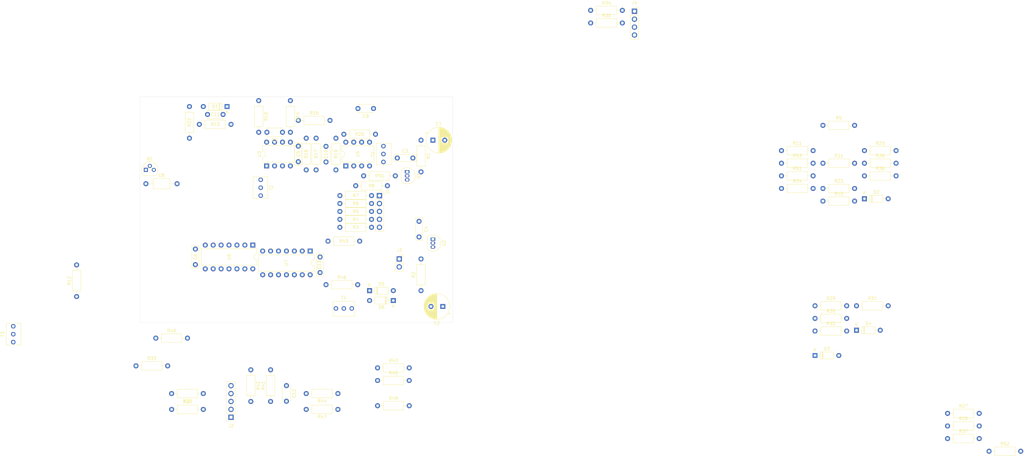
<source format=kicad_pcb>
(kicad_pcb (version 20171130) (host pcbnew 5.1.7-a382d34a8~87~ubuntu20.04.1)
  (layers (0 F.Cu signal) (31 B.Cu signal) (34 B.Paste user) (35 F.Paste user) (36 B.SilkS user) (37 F.SilkS user) (38 B.Mask user) (39 F.Mask user) (44 Edge.Cuts user))
  (net 0 "")
  (net 1 "Net-(C11-Pad2)")
  (net 2 "Net-(C10-Pad2)")
  (net 3 "Net-(D2-Pad2)")
  (net 4 "Net-(D2-Pad1)")
  (net 5 "Net-(C8-Pad1)")
  (net 6 "Net-(C8-Pad2)")
  (net 7 "Net-(R3-Pad1)")
  (net 8 "Net-(R8-Pad2)")
  (net 9 "Net-(R9-Pad2)")
  (net 10 "Net-(R9-Pad1)")
  (net 11 "Net-(R10-Pad2)")
  (net 12 GND)
  (net 13 "Net-(R11-Pad1)")
  (net 14 "Net-(C7-Pad1)")
  (net 15 "Net-(R14-Pad2)")
  (net 16 "Net-(R15-Pad2)")
  (net 17 "Net-(C7-Pad2)")
  (net 18 "Net-(C10-Pad1)")
  (net 19 VCC)
  (net 20 "Net-(R21-Pad2)")
  (net 21 "Net-(R21-Pad1)")
  (net 22 "Net-(R23-Pad1)")
  (net 23 "Net-(R24-Pad1)")
  (net 24 "Net-(R25-Pad2)")
  (net 25 -15V)
  (net 26 "Net-(R26-Pad2)")
  (net 27 +15V)
  (net 28 "Net-(R49-Pad1)")
  (net 29 "Net-(C12-Pad2)")
  (net 30 "Net-(C12-Pad1)")
  (net 31 "Net-(D3-Pad2)")
  (net 32 "Net-(D3-Pad1)")
  (net 33 "Net-(D4-Pad2)")
  (net 34 "Net-(R44-Pad1)")
  (net 35 "Net-(D5-Pad2)")
  (net 36 "Net-(J2-Pad5)")
  (net 37 "Net-(J2-Pad4)")
  (net 38 "Net-(J2-Pad3)")
  (net 39 "Net-(R45-Pad2)")
  (net 40 "Net-(R46-Pad2)")
  (net 41 "Net-(R27-Pad2)")
  (net 42 "Net-(R28-Pad2)")
  (net 43 "Net-(R33-Pad2)")
  (net 44 "Net-(R37-Pad2)")
  (net 45 "Net-(R37-Pad1)")
  (net 46 VDD)
  (net 47 VSS)
  (net 48 "Net-(C9-Pad2)")
  (net 49 "Net-(C9-Pad1)")
  (net 50 "Net-(J1-Pad5)")
  (net 51 "Net-(J1-Pad4)")
  (net 52 "Net-(J1-Pad3)")
  (net 53 "Net-(J1-Pad2)")
  (net 54 "Net-(J1-Pad1)")
  (net 55 "Net-(J2-Pad2)")
  (net 56 "Net-(J3-Pad2)")
  (net 57 "Net-(J3-Pad1)")
  (net 58 "Net-(R16-Pad2)")
  (net 59 "Net-(J4-Pad4)")
  (net 60 "Net-(J4-Pad3)")
  (net 61 "Net-(J4-Pad2)")
  (net 62 "Net-(J4-Pad1)")
  (net 63 "Net-(R34-Pad2)")
  (module Resistor_THT:R_Axial_DIN0207_L6.3mm_D2.5mm_P10.16mm_Horizontal (layer F.Cu) (at 247.455001 0.495001)
    (fp_text reference R35 (at 5.08 -2.37) (layer F.SilkS))
    (fp_text value 100k)
    (pad 2 thru_hole oval (at 10.16 0) (size 1.6 1.6) (drill 0.8) (layers *.Cu *.Mask) (net 60 "Net-(J4-Pad3)"))
    (pad 1 thru_hole circle (at 0 0) (size 1.6 1.6) (drill 0.8) (layers *.Cu *.Mask) (net 63 "Net-(R34-Pad2)"))
  )
  (module Resistor_THT:R_Axial_DIN0207_L6.3mm_D2.5mm_P10.16mm_Horizontal (layer F.Cu) (at 247.455001 -3.554999)
    (fp_text reference R34 (at 5.08 -2.37) (layer F.SilkS))
    (fp_text value 180k)
    (pad 2 thru_hole oval (at 10.16 0) (size 1.6 1.6) (drill 0.8) (layers *.Cu *.Mask) (net 63 "Net-(R34-Pad2)"))
    (pad 1 thru_hole circle (at 0 0) (size 1.6 1.6) (drill 0.8) (layers *.Cu *.Mask) (net 62 "Net-(J4-Pad1)"))
  )
  (module Connector_PinSocket_2.54mm:PinSocket_1x04_P2.54mm_Vertical (layer F.Cu) (at 261.515001 -3.254999)
    (fp_text reference J4 (at 0 -2.77) (layer F.SilkS))
    (fp_text value YUSYNTH_PWM)
    (pad 4 thru_hole oval (at 0 7.62) (size 1.7 1.7) (drill 1) (layers *.Cu *.Mask) (net 59 "Net-(J4-Pad4)"))
    (pad 3 thru_hole oval (at 0 5.08) (size 1.7 1.7) (drill 1) (layers *.Cu *.Mask) (net 60 "Net-(J4-Pad3)"))
    (pad 2 thru_hole oval (at 0 2.54) (size 1.7 1.7) (drill 1) (layers *.Cu *.Mask) (net 61 "Net-(J4-Pad2)"))
    (pad 1 thru_hole rect (at 0 0) (size 1.7 1.7) (drill 1) (layers *.Cu *.Mask) (net 62 "Net-(J4-Pad1)"))
  )
  (module Capacitor_THT:C_Rect_L7.0mm_W2.0mm_P5.00mm (layer F.Cu) (at 160.655 75.565 270)
    (fp_text reference C13 (at 2.5 0.254999 90) (layer F.SilkS))
    (fp_text value 100n)
    (pad 2 thru_hole circle (at 5 0 270) (size 1.6 1.6) (drill 0.8) (layers *.Cu *.Mask) (net 47 VSS))
    (pad 1 thru_hole circle (at 0 0 270) (size 1.6 1.6) (drill 0.8) (layers *.Cu *.Mask) (net 46 VDD))
  )
  (module Capacitor_THT:C_Rect_L7.0mm_W2.0mm_P5.00mm (layer F.Cu) (at 120.65 73.025 270)
    (fp_text reference C6 (at 2.5 -0.005001 90) (layer F.SilkS))
    (fp_text value 100n)
    (pad 2 thru_hole circle (at 5 0 270) (size 1.6 1.6) (drill 0.8) (layers *.Cu *.Mask) (net 47 VSS))
    (pad 1 thru_hole circle (at 0 0 270) (size 1.6 1.6) (drill 0.8) (layers *.Cu *.Mask) (net 46 VDD))
  )
  (module Capacitor_THT:CP_Radial_D8.0mm_P3.80mm (layer F.Cu) (at 200.025 91.44 180)
    (fp_text reference C2 (at 1.9 -5.25) (layer F.SilkS))
    (fp_text value 22u)
    (pad 2 thru_hole circle (at 3.8 0 180) (size 1.6 1.6) (drill 0.8) (layers *.Cu *.Mask) (net 25 -15V))
    (pad 1 thru_hole rect (at 0 0 180) (size 1.6 1.6) (drill 0.8) (layers *.Cu *.Mask) (net 12 GND))
  )
  (module Capacitor_THT:CP_Radial_D8.0mm_P3.80mm (layer F.Cu) (at 196.85 38.1)
    (fp_text reference C1 (at 1.9 -5.25) (layer F.SilkS))
    (fp_text value 22u)
    (pad 2 thru_hole circle (at 3.8 0) (size 1.6 1.6) (drill 0.8) (layers *.Cu *.Mask) (net 12 GND))
    (pad 1 thru_hole rect (at 0 0) (size 1.6 1.6) (drill 0.8) (layers *.Cu *.Mask) (net 27 +15V))
  )
  (module Package_TO_SOT_THT:TO-92_Inline (layer F.Cu) (at 196.85 69.85 270)
    (fp_text reference U2 (at 1.27 -3.56 90) (layer F.SilkS))
    (fp_text value L78L15_TO92)
    (pad 1 thru_hole rect (at 0 0 270) (size 1.05 1.5) (drill 0.75) (layers *.Cu *.Mask) (net 56 "Net-(J3-Pad2)"))
    (pad 3 thru_hole oval (at 2.54 0 270) (size 1.05 1.5) (drill 0.75) (layers *.Cu *.Mask) (net 47 VSS))
    (pad 2 thru_hole oval (at 1.27 0 270) (size 1.05 1.5) (drill 0.75) (layers *.Cu *.Mask) (net 12 GND))
  )
  (module Package_TO_SOT_THT:TO-92_Inline (layer F.Cu) (at 188.595 48.26 270)
    (fp_text reference U1 (at 1.27 -3.56 90) (layer F.SilkS))
    (fp_text value L78L15_TO92)
    (pad 1 thru_hole rect (at 0 0 270) (size 1.05 1.5) (drill 0.75) (layers *.Cu *.Mask) (net 46 VDD))
    (pad 3 thru_hole oval (at 2.54 0 270) (size 1.05 1.5) (drill 0.75) (layers *.Cu *.Mask) (net 57 "Net-(J3-Pad1)"))
    (pad 2 thru_hole oval (at 1.27 0 270) (size 1.05 1.5) (drill 0.75) (layers *.Cu *.Mask) (net 12 GND))
  )
  (module Resistor_THT:R_Axial_DIN0207_L6.3mm_D2.5mm_P10.16mm_Horizontal (layer F.Cu) (at 193.04 86.36 90)
    (fp_text reference R2 (at 5.08 -2.37 90) (layer F.SilkS))
    (fp_text value 10)
    (pad 2 thru_hole oval (at 10.16 0 90) (size 1.6 1.6) (drill 0.8) (layers *.Cu *.Mask) (net 56 "Net-(J3-Pad2)"))
    (pad 1 thru_hole circle (at 0 0 90) (size 1.6 1.6) (drill 0.8) (layers *.Cu *.Mask) (net 25 -15V))
  )
  (module Resistor_THT:R_Axial_DIN0207_L6.3mm_D2.5mm_P10.16mm_Horizontal (layer F.Cu) (at 193.04 38.1 270)
    (fp_text reference R1 (at 5.08 -2.37 90) (layer F.SilkS))
    (fp_text value 10)
    (pad 2 thru_hole oval (at 10.16 0 270) (size 1.6 1.6) (drill 0.8) (layers *.Cu *.Mask) (net 57 "Net-(J3-Pad1)"))
    (pad 1 thru_hole circle (at 0 0 270) (size 1.6 1.6) (drill 0.8) (layers *.Cu *.Mask) (net 27 +15V))
  )
  (module Connector_PinSocket_2.54mm:PinSocket_1x02_P2.54mm_Vertical (layer F.Cu) (at 186.055 76.2)
    (fp_text reference J3 (at 0 -2.77) (layer F.SilkS))
    (fp_text value POWER_SUPPLY_+15_-15)
    (pad 2 thru_hole oval (at 0 2.54) (size 1.7 1.7) (drill 1) (layers *.Cu *.Mask) (net 56 "Net-(J3-Pad2)"))
    (pad 1 thru_hole rect (at 0 0) (size 1.7 1.7) (drill 1) (layers *.Cu *.Mask) (net 57 "Net-(J3-Pad1)"))
  )
  (module Capacitor_THT:C_Rect_L7.0mm_W2.0mm_P5.00mm (layer F.Cu) (at 192.405 64.135 270)
    (fp_text reference C4 (at 2.5 -2.25 90) (layer F.SilkS))
    (fp_text value 100n)
    (pad 2 thru_hole circle (at 5 0 270) (size 1.6 1.6) (drill 0.8) (layers *.Cu *.Mask) (net 47 VSS))
    (pad 1 thru_hole circle (at 0 0 270) (size 1.6 1.6) (drill 0.8) (layers *.Cu *.Mask) (net 12 GND))
  )
  (module Capacitor_THT:C_Rect_L7.0mm_W2.0mm_P5.00mm (layer F.Cu) (at 185.42 43.815)
    (fp_text reference C3 (at 2.5 -2.25) (layer F.SilkS))
    (fp_text value 100n)
    (pad 2 thru_hole circle (at 5 0) (size 1.6 1.6) (drill 0.8) (layers *.Cu *.Mask) (net 12 GND))
    (pad 1 thru_hole circle (at 0 0) (size 1.6 1.6) (drill 0.8) (layers *.Cu *.Mask) (net 46 VDD))
  )
  (module Potentiometer_THT:Potentiometer_Bourns_3266Y_Vertical (layer F.Cu) (at 180.975 40.005 90)
    (fp_text reference T1 (at -2.54 -3.41 90) (layer F.SilkS))
    (fp_text value 220k)
    (pad 3 thru_hole circle (at -5.08 0 90) (size 1.44 1.44) (drill 0.8) (layers *.Cu *.Mask) (net 27 +15V))
    (pad 2 thru_hole circle (at -2.54 0 90) (size 1.44 1.44) (drill 0.8) (layers *.Cu *.Mask) (net 8 "Net-(R8-Pad2)"))
    (pad 1 thru_hole circle (at 0 0 90) (size 1.44 1.44) (drill 0.8) (layers *.Cu *.Mask) (net 25 -15V))
  )
  (module Potentiometer_THT:Potentiometer_Bourns_3266Y_Vertical (layer F.Cu) (at 170.815 92.075)
    (fp_text reference T4 (at -2.54 -3.41) (layer F.SilkS))
    (fp_text value 47k)
    (pad 3 thru_hole circle (at -5.08 0) (size 1.44 1.44) (drill 0.8) (layers *.Cu *.Mask) (net 12 GND))
    (pad 2 thru_hole circle (at -2.54 0) (size 1.44 1.44) (drill 0.8) (layers *.Cu *.Mask) (net 34 "Net-(R44-Pad1)"))
    (pad 1 thru_hole circle (at 0 0) (size 1.44 1.44) (drill 0.8) (layers *.Cu *.Mask) (net 27 +15V))
  )
  (module Potentiometer_THT:Potentiometer_Bourns_3266Y_Vertical (layer F.Cu) (at 62.23 97.79 90)
    (fp_text reference T3 (at -2.54 -3.41 90) (layer F.SilkS))
    (fp_text value 10k)
    (pad 3 thru_hole circle (at -5.08 0 90) (size 1.44 1.44) (drill 0.8) (layers *.Cu *.Mask) (net 12 GND))
    (pad 2 thru_hole circle (at -2.54 0 90) (size 1.44 1.44) (drill 0.8) (layers *.Cu *.Mask) (net 23 "Net-(R24-Pad1)"))
    (pad 1 thru_hole circle (at 0 0 90) (size 1.44 1.44) (drill 0.8) (layers *.Cu *.Mask) (net 24 "Net-(R25-Pad2)"))
  )
  (module Potentiometer_THT:Potentiometer_Bourns_3266Y_Vertical (layer F.Cu) (at 141.605 55.88 270)
    (fp_text reference T2 (at -2.54 -3.41 90) (layer F.SilkS))
    (fp_text value 25k)
    (pad 3 thru_hole circle (at -5.08 0 270) (size 1.44 1.44) (drill 0.8) (layers *.Cu *.Mask))
    (pad 2 thru_hole circle (at -2.54 0 270) (size 1.44 1.44) (drill 0.8) (layers *.Cu *.Mask) (net 9 "Net-(R9-Pad2)"))
    (pad 1 thru_hole circle (at 0 0 270) (size 1.44 1.44) (drill 0.8) (layers *.Cu *.Mask) (net 13 "Net-(R11-Pad1)"))
  )
  (module Capacitor_THT:C_Axial_L5.1mm_D3.1mm_P10.00mm_Horizontal (layer F.Cu) (at 104.775 52.07)
    (fp_text reference C8 (at 5 -2.67) (layer F.SilkS))
    (fp_text value "220pF 1%")
    (pad 2 thru_hole oval (at 10 0) (size 1.6 1.6) (drill 0.8) (layers *.Cu *.Mask) (net 6 "Net-(C8-Pad2)"))
    (pad 1 thru_hole circle (at 0 0) (size 1.6 1.6) (drill 0.8) (layers *.Cu *.Mask) (net 5 "Net-(C8-Pad1)"))
  )
  (module Connector_PinSocket_2.54mm:PinSocket_1x05_P2.54mm_Vertical (layer F.Cu) (at 179.705 55.88)
    (fp_text reference J1 (at 2.54 -1.27) (layer F.SilkS))
    (fp_text value Conn_01x05)
    (pad 5 thru_hole oval (at 0 10.16) (size 1.7 1.7) (drill 1) (layers *.Cu *.Mask) (net 50 "Net-(J1-Pad5)"))
    (pad 4 thru_hole oval (at 0 7.62) (size 1.7 1.7) (drill 1) (layers *.Cu *.Mask) (net 51 "Net-(J1-Pad4)"))
    (pad 3 thru_hole oval (at 0 5.08) (size 1.7 1.7) (drill 1) (layers *.Cu *.Mask) (net 52 "Net-(J1-Pad3)"))
    (pad 2 thru_hole oval (at 0 2.54) (size 1.7 1.7) (drill 1) (layers *.Cu *.Mask) (net 53 "Net-(J1-Pad2)"))
    (pad 1 thru_hole rect (at 0 0) (size 1.7 1.7) (drill 1) (layers *.Cu *.Mask) (net 54 "Net-(J1-Pad1)"))
  )
  (module Package_DIP:DIP-8_W7.62mm (layer F.Cu) (at 168.91 46.355 90)
    (fp_text reference U5 (at 3.81 3.81 90) (layer F.SilkS))
    (fp_text value LM311)
    (pad 8 thru_hole oval (at 7.62 0 90) (size 1.6 1.6) (drill 0.8) (layers *.Cu *.Mask) (net 19 VCC))
    (pad 4 thru_hole oval (at 0 7.62 90) (size 1.6 1.6) (drill 0.8) (layers *.Cu *.Mask) (net 12 GND))
    (pad 7 thru_hole oval (at 7.62 2.54 90) (size 1.6 1.6) (drill 0.8) (layers *.Cu *.Mask) (net 2 "Net-(C10-Pad2)"))
    (pad 3 thru_hole oval (at 0 5.08 90) (size 1.6 1.6) (drill 0.8) (layers *.Cu *.Mask) (net 21 "Net-(R21-Pad1)"))
    (pad 6 thru_hole oval (at 7.62 5.08 90) (size 1.6 1.6) (drill 0.8) (layers *.Cu *.Mask) (net 19 VCC))
    (pad 2 thru_hole oval (at 0 2.54 90) (size 1.6 1.6) (drill 0.8) (layers *.Cu *.Mask) (net 18 "Net-(C10-Pad1)"))
    (pad 5 thru_hole oval (at 7.62 7.62 90) (size 1.6 1.6) (drill 0.8) (layers *.Cu *.Mask) (net 19 VCC))
    (pad 1 thru_hole rect (at 0 0 90) (size 1.6 1.6) (drill 0.8) (layers *.Cu *.Mask) (net 12 GND))
  )
  (module Package_DIP:DIP-8_W7.62mm (layer F.Cu) (at 143.51 46.355 90)
    (fp_text reference U3 (at 3.81 -2.33 90) (layer F.SilkS))
    (fp_text value OPA2134)
    (pad 8 thru_hole oval (at 7.62 0 90) (size 1.6 1.6) (drill 0.8) (layers *.Cu *.Mask) (net 46 VDD))
    (pad 4 thru_hole oval (at 0 7.62 90) (size 1.6 1.6) (drill 0.8) (layers *.Cu *.Mask) (net 47 VSS))
    (pad 7 thru_hole oval (at 7.62 2.54 90) (size 1.6 1.6) (drill 0.8) (layers *.Cu *.Mask) (net 17 "Net-(C7-Pad2)"))
    (pad 3 thru_hole oval (at 0 5.08 90) (size 1.6 1.6) (drill 0.8) (layers *.Cu *.Mask) (net 11 "Net-(R10-Pad2)"))
    (pad 6 thru_hole oval (at 7.62 5.08 90) (size 1.6 1.6) (drill 0.8) (layers *.Cu *.Mask) (net 14 "Net-(C7-Pad1)"))
    (pad 2 thru_hole oval (at 0 2.54 90) (size 1.6 1.6) (drill 0.8) (layers *.Cu *.Mask) (net 10 "Net-(R9-Pad1)"))
    (pad 5 thru_hole oval (at 7.62 7.62 90) (size 1.6 1.6) (drill 0.8) (layers *.Cu *.Mask) (net 15 "Net-(R14-Pad2)"))
    (pad 1 thru_hole rect (at 0 0 90) (size 1.6 1.6) (drill 0.8) (layers *.Cu *.Mask) (net 13 "Net-(R11-Pad1)"))
  )
  (module Capacitor_THT:C_Rect_L7.0mm_W2.0mm_P5.00mm (layer F.Cu) (at 153.67 40.005 270)
    (fp_text reference C5 (at 2.5 0 90) (layer F.SilkS))
    (fp_text value 100n)
    (pad 2 thru_hole circle (at 5 0 270) (size 1.6 1.6) (drill 0.8) (layers *.Cu *.Mask) (net 47 VSS))
    (pad 1 thru_hole circle (at 0 0 270) (size 1.6 1.6) (drill 0.8) (layers *.Cu *.Mask) (net 46 VDD))
  )
  (module Resistor_THT:R_Axial_DIN0207_L6.3mm_D2.5mm_P10.16mm_Horizontal (layer F.Cu) (at 375.26 137.88)
    (fp_text reference R52 (at 5.08 -2.37) (layer F.SilkS))
    (fp_text value 470k)
    (pad 2 thru_hole oval (at 10.16 0) (size 1.6 1.6) (drill 0.8) (layers *.Cu *.Mask) (net 63 "Net-(R34-Pad2)"))
    (pad 1 thru_hole circle (at 0 0) (size 1.6 1.6) (drill 0.8) (layers *.Cu *.Mask) (net 12 GND))
  )
  (module Resistor_THT:R_Axial_DIN0207_L6.3mm_D2.5mm_P10.16mm_Horizontal (layer F.Cu) (at 138.43 111.76 270)
    (fp_text reference R42 (at 5.08 -2.37 90) (layer F.SilkS))
    (fp_text value 1k)
    (pad 2 thru_hole oval (at 10.16 0 270) (size 1.6 1.6) (drill 0.8) (layers *.Cu *.Mask) (net 37 "Net-(J2-Pad4)"))
    (pad 1 thru_hole circle (at 0 0 270) (size 1.6 1.6) (drill 0.8) (layers *.Cu *.Mask) (net 30 "Net-(C12-Pad1)"))
  )
  (module Resistor_THT:R_Axial_DIN0207_L6.3mm_D2.5mm_P10.16mm_Horizontal (layer F.Cu) (at 107.95 101.6)
    (fp_text reference R40 (at 5.08 -2.37) (layer F.SilkS))
    (fp_text value 1k)
    (pad 2 thru_hole oval (at 10.16 0) (size 1.6 1.6) (drill 0.8) (layers *.Cu *.Mask) (net 36 "Net-(J2-Pad5)"))
    (pad 1 thru_hole circle (at 0 0) (size 1.6 1.6) (drill 0.8) (layers *.Cu *.Mask) (net 43 "Net-(R33-Pad2)"))
  )
  (module Resistor_THT:R_Axial_DIN0207_L6.3mm_D2.5mm_P10.16mm_Horizontal (layer F.Cu) (at 113.03 124.46)
    (fp_text reference R39 (at 5.08 -2.37) (layer F.SilkS))
    (fp_text value 1k)
    (pad 2 thru_hole oval (at 10.16 0) (size 1.6 1.6) (drill 0.8) (layers *.Cu *.Mask) (net 38 "Net-(J2-Pad3)"))
    (pad 1 thru_hole circle (at 0 0) (size 1.6 1.6) (drill 0.8) (layers *.Cu *.Mask) (net 44 "Net-(R37-Pad2)"))
  )
  (module Resistor_THT:R_Axial_DIN0207_L6.3mm_D2.5mm_P10.16mm_Horizontal (layer F.Cu) (at 123.19 119.38 180)
    (fp_text reference R38 (at 5.08 -2.37) (layer F.SilkS))
    (fp_text value 4k7)
    (pad 2 thru_hole oval (at 10.16 0 180) (size 1.6 1.6) (drill 0.8) (layers *.Cu *.Mask) (net 44 "Net-(R37-Pad2)"))
    (pad 1 thru_hole circle (at 0 0 180) (size 1.6 1.6) (drill 0.8) (layers *.Cu *.Mask) (net 12 GND))
  )
  (module Resistor_THT:R_Axial_DIN0207_L6.3mm_D2.5mm_P10.16mm_Horizontal (layer F.Cu) (at 361.95 133.83)
    (fp_text reference R37 (at 5.08 -2.37) (layer F.SilkS))
    (fp_text value 10k)
    (pad 2 thru_hole oval (at 10.16 0) (size 1.6 1.6) (drill 0.8) (layers *.Cu *.Mask) (net 44 "Net-(R37-Pad2)"))
    (pad 1 thru_hole circle (at 0 0) (size 1.6 1.6) (drill 0.8) (layers *.Cu *.Mask) (net 45 "Net-(R37-Pad1)"))
  )
  (module Resistor_THT:R_Axial_DIN0207_L6.3mm_D2.5mm_P10.16mm_Horizontal (layer F.Cu) (at 101.6 110.49)
    (fp_text reference R33 (at 5.08 -2.37) (layer F.SilkS))
    (fp_text value 100k)
    (pad 2 thru_hole oval (at 10.16 0) (size 1.6 1.6) (drill 0.8) (layers *.Cu *.Mask) (net 43 "Net-(R33-Pad2)"))
    (pad 1 thru_hole circle (at 0 0) (size 1.6 1.6) (drill 0.8) (layers *.Cu *.Mask) (net 41 "Net-(R27-Pad2)"))
  )
  (module Resistor_THT:R_Axial_DIN0207_L6.3mm_D2.5mm_P10.16mm_Horizontal (layer F.Cu) (at 361.95 129.78)
    (fp_text reference R28 (at 5.08 -2.37) (layer F.SilkS))
    (fp_text value 10k)
    (pad 2 thru_hole oval (at 10.16 0) (size 1.6 1.6) (drill 0.8) (layers *.Cu *.Mask) (net 42 "Net-(R28-Pad2)"))
    (pad 1 thru_hole circle (at 0 0) (size 1.6 1.6) (drill 0.8) (layers *.Cu *.Mask) (net 26 "Net-(R26-Pad2)"))
  )
  (module Resistor_THT:R_Axial_DIN0207_L6.3mm_D2.5mm_P10.16mm_Horizontal (layer F.Cu) (at 361.95 125.73)
    (fp_text reference R27 (at 5.08 -2.37) (layer F.SilkS))
    (fp_text value 100k)
    (pad 2 thru_hole oval (at 10.16 0) (size 1.6 1.6) (drill 0.8) (layers *.Cu *.Mask) (net 41 "Net-(R27-Pad2)"))
    (pad 1 thru_hole circle (at 0 0) (size 1.6 1.6) (drill 0.8) (layers *.Cu *.Mask) (net 26 "Net-(R26-Pad2)"))
  )
  (module Resistor_THT:R_Axial_DIN0207_L6.3mm_D2.5mm_P10.16mm_Horizontal (layer F.Cu) (at 179.095 123.285)
    (fp_text reference R48 (at 5.08 -2.37) (layer F.SilkS))
    (fp_text value 22k)
    (pad 2 thru_hole oval (at 10.16 0) (size 1.6 1.6) (drill 0.8) (layers *.Cu *.Mask) (net 12 GND))
    (pad 1 thru_hole circle (at 0 0) (size 1.6 1.6) (drill 0.8) (layers *.Cu *.Mask) (net 35 "Net-(D5-Pad2)"))
  )
  (module Resistor_THT:R_Axial_DIN0207_L6.3mm_D2.5mm_P10.16mm_Horizontal (layer F.Cu) (at 166.37 124.46 180)
    (fp_text reference R47 (at 5.08 -2.37) (layer F.SilkS))
    (fp_text value 1k)
    (pad 2 thru_hole oval (at 10.16 0 180) (size 1.6 1.6) (drill 0.8) (layers *.Cu *.Mask) (net 55 "Net-(J2-Pad2)"))
    (pad 1 thru_hole circle (at 0 0 180) (size 1.6 1.6) (drill 0.8) (layers *.Cu *.Mask) (net 40 "Net-(R46-Pad2)"))
  )
  (module Resistor_THT:R_Axial_DIN0207_L6.3mm_D2.5mm_P10.16mm_Horizontal (layer F.Cu) (at 162.56 84.455)
    (fp_text reference R46 (at 5.08 -2.37) (layer F.SilkS))
    (fp_text value 15k)
    (pad 2 thru_hole oval (at 10.16 0) (size 1.6 1.6) (drill 0.8) (layers *.Cu *.Mask) (net 40 "Net-(R46-Pad2)"))
    (pad 1 thru_hole circle (at 0 0) (size 1.6 1.6) (drill 0.8) (layers *.Cu *.Mask) (net 39 "Net-(R45-Pad2)"))
  )
  (module Resistor_THT:R_Axial_DIN0207_L6.3mm_D2.5mm_P10.16mm_Horizontal (layer F.Cu) (at 179.095 115.185)
    (fp_text reference R45 (at 5.08 -2.37) (layer F.SilkS))
    (fp_text value 1k5)
    (pad 2 thru_hole oval (at 10.16 0) (size 1.6 1.6) (drill 0.8) (layers *.Cu *.Mask) (net 39 "Net-(R45-Pad2)"))
    (pad 1 thru_hole circle (at 0 0) (size 1.6 1.6) (drill 0.8) (layers *.Cu *.Mask) (net 12 GND))
  )
  (module Resistor_THT:R_Axial_DIN0207_L6.3mm_D2.5mm_P10.16mm_Horizontal (layer F.Cu) (at 179.095 111.135)
    (fp_text reference R43 (at 5.08 -2.37) (layer F.SilkS))
    (fp_text value 150k)
    (pad 2 thru_hole oval (at 10.16 0) (size 1.6 1.6) (drill 0.8) (layers *.Cu *.Mask) (net 35 "Net-(D5-Pad2)"))
    (pad 1 thru_hole circle (at 0 0) (size 1.6 1.6) (drill 0.8) (layers *.Cu *.Mask) (net 30 "Net-(C12-Pad1)"))
  )
  (module Connector_PinSocket_2.54mm:PinSocket_1x05_P2.54mm_Vertical (layer F.Cu) (at 132.08 127 180)
    (fp_text reference J2 (at 0 -2.77) (layer F.SilkS))
    (fp_text value WAVE_OUT)
    (pad 5 thru_hole oval (at 0 10.16 180) (size 1.7 1.7) (drill 1) (layers *.Cu *.Mask) (net 36 "Net-(J2-Pad5)"))
    (pad 4 thru_hole oval (at 0 7.62 180) (size 1.7 1.7) (drill 1) (layers *.Cu *.Mask) (net 37 "Net-(J2-Pad4)"))
    (pad 3 thru_hole oval (at 0 5.08 180) (size 1.7 1.7) (drill 1) (layers *.Cu *.Mask) (net 38 "Net-(J2-Pad3)"))
    (pad 2 thru_hole oval (at 0 2.54 180) (size 1.7 1.7) (drill 1) (layers *.Cu *.Mask) (net 55 "Net-(J2-Pad2)"))
    (pad 1 thru_hole rect (at 0 0 180) (size 1.7 1.7) (drill 1) (layers *.Cu *.Mask) (net 12 GND))
  )
  (module Diode_THT:D_DO-35_SOD27_P7.62mm_Horizontal (layer F.Cu) (at 184.15 89.535 180)
    (fp_text reference D6 (at 3.81 -2.12) (layer F.SilkS))
    (fp_text value 1N4148)
    (fp_text user K (at 0 -1.8) (layer F.SilkS))
    (pad 2 thru_hole oval (at 7.62 0 180) (size 1.6 1.6) (drill 0.8) (layers *.Cu *.Mask) (net 12 GND))
    (pad 1 thru_hole rect (at 0 0 180) (size 1.6 1.6) (drill 0.8) (layers *.Cu *.Mask) (net 35 "Net-(D5-Pad2)"))
  )
  (module Diode_THT:D_DO-35_SOD27_P7.62mm_Horizontal (layer F.Cu) (at 176.53 86.36)
    (fp_text reference D5 (at 3.81 -2.12) (layer F.SilkS))
    (fp_text value 1N4148)
    (fp_text user K (at 0 -1.8) (layer F.SilkS))
    (pad 2 thru_hole oval (at 7.62 0) (size 1.6 1.6) (drill 0.8) (layers *.Cu *.Mask) (net 35 "Net-(D5-Pad2)"))
    (pad 1 thru_hole rect (at 0 0) (size 1.6 1.6) (drill 0.8) (layers *.Cu *.Mask) (net 12 GND))
  )
  (module Resistor_THT:R_Axial_DIN0207_L6.3mm_D2.5mm_P10.16mm_Horizontal (layer F.Cu) (at 166.37 119.38 180)
    (fp_text reference R44 (at 5.08 -2.37) (layer F.SilkS))
    (fp_text value 150k)
    (pad 2 thru_hole oval (at 10.16 0 180) (size 1.6 1.6) (drill 0.8) (layers *.Cu *.Mask) (net 29 "Net-(C12-Pad2)"))
    (pad 1 thru_hole circle (at 0 0 180) (size 1.6 1.6) (drill 0.8) (layers *.Cu *.Mask) (net 34 "Net-(R44-Pad1)"))
  )
  (module Resistor_THT:R_Axial_DIN0207_L6.3mm_D2.5mm_P10.16mm_Horizontal (layer F.Cu) (at 144.78 121.92 90)
    (fp_text reference R41 (at 5.08 -2.37 90) (layer F.SilkS))
    (fp_text value "200k 1%")
    (pad 2 thru_hole oval (at 10.16 0 90) (size 1.6 1.6) (drill 0.8) (layers *.Cu *.Mask) (net 30 "Net-(C12-Pad1)"))
    (pad 1 thru_hole circle (at 0 0 90) (size 1.6 1.6) (drill 0.8) (layers *.Cu *.Mask) (net 29 "Net-(C12-Pad2)"))
  )
  (module Resistor_THT:R_Axial_DIN0207_L6.3mm_D2.5mm_P10.16mm_Horizontal (layer F.Cu) (at 319.43 99.32)
    (fp_text reference R32 (at 5.08 -2.37) (layer F.SilkS))
    (fp_text value "50k 1%")
    (pad 2 thru_hole oval (at 10.16 0) (size 1.6 1.6) (drill 0.8) (layers *.Cu *.Mask) (net 29 "Net-(C12-Pad2)"))
    (pad 1 thru_hole circle (at 0 0) (size 1.6 1.6) (drill 0.8) (layers *.Cu *.Mask) (net 33 "Net-(D4-Pad2)"))
  )
  (module Resistor_THT:R_Axial_DIN0207_L6.3mm_D2.5mm_P10.16mm_Horizontal (layer F.Cu) (at 332.74 91.22)
    (fp_text reference R31 (at 5.08 -2.37) (layer F.SilkS))
    (fp_text value "100k 1%")
    (pad 2 thru_hole oval (at 10.16 0) (size 1.6 1.6) (drill 0.8) (layers *.Cu *.Mask) (net 33 "Net-(D4-Pad2)"))
    (pad 1 thru_hole circle (at 0 0) (size 1.6 1.6) (drill 0.8) (layers *.Cu *.Mask) (net 32 "Net-(D3-Pad1)"))
  )
  (module Resistor_THT:R_Axial_DIN0207_L6.3mm_D2.5mm_P10.16mm_Horizontal (layer F.Cu) (at 319.43 95.27)
    (fp_text reference R30 (at 5.08 -2.37) (layer F.SilkS))
    (fp_text value "100k 1%")
    (pad 2 thru_hole oval (at 10.16 0) (size 1.6 1.6) (drill 0.8) (layers *.Cu *.Mask) (net 32 "Net-(D3-Pad1)"))
    (pad 1 thru_hole circle (at 0 0) (size 1.6 1.6) (drill 0.8) (layers *.Cu *.Mask) (net 26 "Net-(R26-Pad2)"))
  )
  (module Resistor_THT:R_Axial_DIN0207_L6.3mm_D2.5mm_P10.16mm_Horizontal (layer F.Cu) (at 319.43 91.22)
    (fp_text reference R29 (at 5.08 -2.37) (layer F.SilkS))
    (fp_text value "100k 1%")
    (pad 2 thru_hole oval (at 10.16 0) (size 1.6 1.6) (drill 0.8) (layers *.Cu *.Mask) (net 29 "Net-(C12-Pad2)"))
    (pad 1 thru_hole circle (at 0 0) (size 1.6 1.6) (drill 0.8) (layers *.Cu *.Mask) (net 26 "Net-(R26-Pad2)"))
  )
  (module Diode_THT:D_DO-35_SOD27_P7.62mm_Horizontal (layer F.Cu) (at 332.74 99.07)
    (fp_text reference D4 (at 3.81 -2.12) (layer F.SilkS))
    (fp_text value 1N4148)
    (fp_text user K (at 0 -1.8) (layer F.SilkS))
    (pad 2 thru_hole oval (at 7.62 0) (size 1.6 1.6) (drill 0.8) (layers *.Cu *.Mask) (net 33 "Net-(D4-Pad2)"))
    (pad 1 thru_hole rect (at 0 0) (size 1.6 1.6) (drill 0.8) (layers *.Cu *.Mask) (net 31 "Net-(D3-Pad2)"))
  )
  (module Diode_THT:D_DO-35_SOD27_P7.62mm_Horizontal (layer F.Cu) (at 319.43 107.17)
    (fp_text reference D3 (at 3.81 -2.12) (layer F.SilkS))
    (fp_text value 1N4148)
    (fp_text user K (at 0 -1.8) (layer F.SilkS))
    (pad 2 thru_hole oval (at 7.62 0) (size 1.6 1.6) (drill 0.8) (layers *.Cu *.Mask) (net 31 "Net-(D3-Pad2)"))
    (pad 1 thru_hole rect (at 0 0) (size 1.6 1.6) (drill 0.8) (layers *.Cu *.Mask) (net 32 "Net-(D3-Pad1)"))
  )
  (module Capacitor_THT:C_Disc_D4.7mm_W2.5mm_P5.00mm (layer F.Cu) (at 149.86 116.84 270)
    (fp_text reference C12 (at 2.5 -2.5 90) (layer F.SilkS))
    (fp_text value 47p)
    (pad 2 thru_hole circle (at 5 0 270) (size 1.6 1.6) (drill 0.8) (layers *.Cu *.Mask) (net 29 "Net-(C12-Pad2)"))
    (pad 1 thru_hole circle (at 0 0 270) (size 1.6 1.6) (drill 0.8) (layers *.Cu *.Mask) (net 30 "Net-(C12-Pad1)"))
  )
  (module Capacitor_THT:C_Disc_D4.7mm_W2.5mm_P5.00mm (layer F.Cu) (at 129.54 29.845 180)
    (fp_text reference C11 (at 2.5 0) (layer F.SilkS))
    (fp_text value 47p)
    (pad 2 thru_hole circle (at 5 0 180) (size 1.6 1.6) (drill 0.8) (layers *.Cu *.Mask) (net 1 "Net-(C11-Pad2)"))
    (pad 1 thru_hole circle (at 0 0 180) (size 1.6 1.6) (drill 0.8) (layers *.Cu *.Mask) (net 2 "Net-(C10-Pad2)"))
  )
  (module Capacitor_THT:C_Disc_D4.7mm_W2.5mm_P5.00mm (layer F.Cu) (at 162.56 45.085 90)
    (fp_text reference C10 (at 2.5 0 90) (layer F.SilkS))
    (fp_text value 10p)
    (pad 2 thru_hole circle (at 5 0 90) (size 1.6 1.6) (drill 0.8) (layers *.Cu *.Mask) (net 2 "Net-(C10-Pad2)"))
    (pad 1 thru_hole circle (at 0 0 90) (size 1.6 1.6) (drill 0.8) (layers *.Cu *.Mask) (net 18 "Net-(C10-Pad1)"))
  )
  (module Capacitor_THT:C_Disc_D4.7mm_W2.5mm_P5.00mm (layer F.Cu) (at 177.8 27.94 180)
    (fp_text reference C9 (at 2.5 -2.5) (layer F.SilkS))
    (fp_text value 47p)
    (pad 2 thru_hole circle (at 5 0 180) (size 1.6 1.6) (drill 0.8) (layers *.Cu *.Mask) (net 48 "Net-(C9-Pad2)"))
    (pad 1 thru_hole circle (at 0 0 180) (size 1.6 1.6) (drill 0.8) (layers *.Cu *.Mask) (net 49 "Net-(C9-Pad1)"))
  )
  (module Capacitor_THT:C_Disc_D4.7mm_W2.5mm_P5.00mm (layer F.Cu) (at 148.59 35.56 180)
    (fp_text reference C7 (at 2.5 -2.5) (layer F.SilkS))
    (fp_text value 100p)
    (pad 2 thru_hole circle (at 5 0 180) (size 1.6 1.6) (drill 0.8) (layers *.Cu *.Mask) (net 17 "Net-(C7-Pad2)"))
    (pad 1 thru_hole circle (at 0 0 180) (size 1.6 1.6) (drill 0.8) (layers *.Cu *.Mask) (net 14 "Net-(C7-Pad1)"))
  )
  (module Package_DIP:DIP-14_W7.62mm (layer F.Cu) (at 157.48 73.66 270)
    (fp_text reference U7 (at 3.81 7.62 90) (layer F.SilkS))
    (fp_text value TL074)
    (pad 14 thru_hole oval (at 7.62 0 270) (size 1.6 1.6) (drill 0.8) (layers *.Cu *.Mask) (net 40 "Net-(R46-Pad2)"))
    (pad 7 thru_hole oval (at 0 15.24 270) (size 1.6 1.6) (drill 0.8) (layers *.Cu *.Mask) (net 31 "Net-(D3-Pad2)"))
    (pad 13 thru_hole oval (at 7.62 2.54 270) (size 1.6 1.6) (drill 0.8) (layers *.Cu *.Mask) (net 39 "Net-(R45-Pad2)"))
    (pad 6 thru_hole oval (at 0 12.7 270) (size 1.6 1.6) (drill 0.8) (layers *.Cu *.Mask) (net 32 "Net-(D3-Pad1)"))
    (pad 12 thru_hole oval (at 7.62 5.08 270) (size 1.6 1.6) (drill 0.8) (layers *.Cu *.Mask) (net 35 "Net-(D5-Pad2)"))
    (pad 5 thru_hole oval (at 0 10.16 270) (size 1.6 1.6) (drill 0.8) (layers *.Cu *.Mask) (net 12 GND))
    (pad 11 thru_hole oval (at 7.62 7.62 270) (size 1.6 1.6) (drill 0.8) (layers *.Cu *.Mask) (net 47 VSS))
    (pad 4 thru_hole oval (at 0 7.62 270) (size 1.6 1.6) (drill 0.8) (layers *.Cu *.Mask) (net 46 VDD))
    (pad 10 thru_hole oval (at 7.62 10.16 270) (size 1.6 1.6) (drill 0.8) (layers *.Cu *.Mask) (net 12 GND))
    (pad 3 thru_hole oval (at 0 5.08 270) (size 1.6 1.6) (drill 0.8) (layers *.Cu *.Mask) (net 28 "Net-(R49-Pad1)"))
    (pad 9 thru_hole oval (at 7.62 12.7 270) (size 1.6 1.6) (drill 0.8) (layers *.Cu *.Mask) (net 29 "Net-(C12-Pad2)"))
    (pad 2 thru_hole oval (at 0 2.54 270) (size 1.6 1.6) (drill 0.8) (layers *.Cu *.Mask) (net 6 "Net-(C8-Pad2)"))
    (pad 8 thru_hole oval (at 7.62 15.24 270) (size 1.6 1.6) (drill 0.8) (layers *.Cu *.Mask) (net 30 "Net-(C12-Pad1)"))
    (pad 1 thru_hole rect (at 0 0 270) (size 1.6 1.6) (drill 0.8) (layers *.Cu *.Mask) (net 6 "Net-(C8-Pad2)"))
  )
  (module Package_DIP:DIP-14_W7.62mm (layer F.Cu) (at 139.065 71.755 270)
    (fp_text reference U6 (at 3.81 7.62 90) (layer F.SilkS))
    (fp_text value TL074)
    (pad 14 thru_hole oval (at 7.62 0 270) (size 1.6 1.6) (drill 0.8) (layers *.Cu *.Mask) (net 43 "Net-(R33-Pad2)"))
    (pad 7 thru_hole oval (at 0 15.24 270) (size 1.6 1.6) (drill 0.8) (layers *.Cu *.Mask) (net 20 "Net-(R21-Pad2)"))
    (pad 13 thru_hole oval (at 7.62 2.54 270) (size 1.6 1.6) (drill 0.8) (layers *.Cu *.Mask) (net 41 "Net-(R27-Pad2)"))
    (pad 6 thru_hole oval (at 0 12.7 270) (size 1.6 1.6) (drill 0.8) (layers *.Cu *.Mask) (net 20 "Net-(R21-Pad2)"))
    (pad 12 thru_hole oval (at 7.62 5.08 270) (size 1.6 1.6) (drill 0.8) (layers *.Cu *.Mask) (net 12 GND))
    (pad 5 thru_hole oval (at 0 10.16 270) (size 1.6 1.6) (drill 0.8) (layers *.Cu *.Mask) (net 5 "Net-(C8-Pad1)"))
    (pad 11 thru_hole oval (at 7.62 7.62 270) (size 1.6 1.6) (drill 0.8) (layers *.Cu *.Mask) (net 47 VSS))
    (pad 4 thru_hole oval (at 0 7.62 270) (size 1.6 1.6) (drill 0.8) (layers *.Cu *.Mask) (net 46 VDD))
    (pad 10 thru_hole oval (at 7.62 10.16 270) (size 1.6 1.6) (drill 0.8) (layers *.Cu *.Mask) (net 63 "Net-(R34-Pad2)"))
    (pad 3 thru_hole oval (at 0 5.08 270) (size 1.6 1.6) (drill 0.8) (layers *.Cu *.Mask) (net 12 GND))
    (pad 9 thru_hole oval (at 7.62 12.7 270) (size 1.6 1.6) (drill 0.8) (layers *.Cu *.Mask) (net 42 "Net-(R28-Pad2)"))
    (pad 2 thru_hole oval (at 0 2.54 270) (size 1.6 1.6) (drill 0.8) (layers *.Cu *.Mask) (net 22 "Net-(R23-Pad1)"))
    (pad 8 thru_hole oval (at 7.62 15.24 270) (size 1.6 1.6) (drill 0.8) (layers *.Cu *.Mask) (net 45 "Net-(R37-Pad1)"))
    (pad 1 thru_hole rect (at 0 0 270) (size 1.6 1.6) (drill 0.8) (layers *.Cu *.Mask) (net 26 "Net-(R26-Pad2)"))
  )
  (module Package_TO_SOT_THT:TO-92 (layer F.Cu) (at 104.775 47.625)
    (fp_text reference Q1 (at 1.27 -3.56) (layer F.SilkS))
    (fp_text value MMBFJ112)
    (pad 1 thru_hole rect (at 0 0) (size 1.3 1.3) (drill 0.75) (layers *.Cu *.Mask) (net 5 "Net-(C8-Pad1)"))
    (pad 3 thru_hole circle (at 2.54 0) (size 1.3 1.3) (drill 0.75) (layers *.Cu *.Mask) (net 1 "Net-(C11-Pad2)"))
    (pad 2 thru_hole circle (at 1.27 -1.27) (size 1.3 1.3) (drill 0.75) (layers *.Cu *.Mask) (net 6 "Net-(C8-Pad2)"))
  )
  (module Resistor_THT:R_Axial_DIN0207_L6.3mm_D2.5mm_P10.16mm_Horizontal (layer F.Cu) (at 308.66 45.49)
    (fp_text reference R53 (at 5.08 -2.37) (layer F.SilkS))
    (fp_text value 1M)
    (pad 2 thru_hole oval (at 10.16 0) (size 1.6 1.6) (drill 0.8) (layers *.Cu *.Mask) (net 4 "Net-(D2-Pad1)"))
    (pad 1 thru_hole circle (at 0 0) (size 1.6 1.6) (drill 0.8) (layers *.Cu *.Mask) (net 16 "Net-(R15-Pad2)"))
  )
  (module Resistor_THT:R_Axial_DIN0207_L6.3mm_D2.5mm_P10.16mm_Horizontal (layer F.Cu) (at 308.66 49.54)
    (fp_text reference R51 (at 5.08 -2.37) (layer F.SilkS))
    (fp_text value 12k)
    (pad 2 thru_hole oval (at 10.16 0) (size 1.6 1.6) (drill 0.8) (layers *.Cu *.Mask) (net 25 -15V))
    (pad 1 thru_hole circle (at 0 0) (size 1.6 1.6) (drill 0.8) (layers *.Cu *.Mask) (net 59 "Net-(J4-Pad4)"))
  )
  (module Resistor_THT:R_Axial_DIN0207_L6.3mm_D2.5mm_P10.16mm_Horizontal (layer F.Cu) (at 174.625 49.53)
    (fp_text reference R50 (at 5.08 0) (layer F.SilkS))
    (fp_text value 100k)
    (pad 2 thru_hole oval (at 10.16 0) (size 1.6 1.6) (drill 0.8) (layers *.Cu *.Mask) (net 28 "Net-(R49-Pad1)"))
    (pad 1 thru_hole circle (at 0 0) (size 1.6 1.6) (drill 0.8) (layers *.Cu *.Mask) (net 19 VCC))
  )
  (module Resistor_THT:R_Axial_DIN0207_L6.3mm_D2.5mm_P10.16mm_Horizontal (layer F.Cu) (at 173.355 70.485 180)
    (fp_text reference R49 (at 5.08 0) (layer F.SilkS))
    (fp_text value 50k)
    (pad 2 thru_hole oval (at 10.16 0 180) (size 1.6 1.6) (drill 0.8) (layers *.Cu *.Mask) (net 12 GND))
    (pad 1 thru_hole circle (at 0 0 180) (size 1.6 1.6) (drill 0.8) (layers *.Cu *.Mask) (net 28 "Net-(R49-Pad1)"))
  )
  (module Resistor_THT:R_Axial_DIN0207_L6.3mm_D2.5mm_P10.16mm_Horizontal (layer F.Cu) (at 335.28 49.54)
    (fp_text reference R36 (at 5.08 -2.37) (layer F.SilkS))
    (fp_text value 12k)
    (pad 2 thru_hole oval (at 10.16 0) (size 1.6 1.6) (drill 0.8) (layers *.Cu *.Mask) (net 27 +15V))
    (pad 1 thru_hole circle (at 0 0) (size 1.6 1.6) (drill 0.8) (layers *.Cu *.Mask) (net 61 "Net-(J4-Pad2)"))
  )
  (module Resistor_THT:R_Axial_DIN0207_L6.3mm_D2.5mm_P10.16mm_Horizontal (layer F.Cu) (at 335.28 45.49)
    (fp_text reference R26 (at 5.08 -2.37) (layer F.SilkS))
    (fp_text value "220k 1%")
    (pad 2 thru_hole oval (at 10.16 0) (size 1.6 1.6) (drill 0.8) (layers *.Cu *.Mask) (net 26 "Net-(R26-Pad2)"))
    (pad 1 thru_hole circle (at 0 0) (size 1.6 1.6) (drill 0.8) (layers *.Cu *.Mask) (net 22 "Net-(R23-Pad1)"))
  )
  (module Resistor_THT:R_Axial_DIN0207_L6.3mm_D2.5mm_P10.16mm_Horizontal (layer F.Cu) (at 335.28 41.44)
    (fp_text reference R25 (at 5.08 -2.37) (layer F.SilkS))
    (fp_text value 5k6)
    (pad 2 thru_hole oval (at 10.16 0) (size 1.6 1.6) (drill 0.8) (layers *.Cu *.Mask) (net 24 "Net-(R25-Pad2)"))
    (pad 1 thru_hole circle (at 0 0) (size 1.6 1.6) (drill 0.8) (layers *.Cu *.Mask) (net 25 -15V))
  )
  (module Resistor_THT:R_Axial_DIN0207_L6.3mm_D2.5mm_P10.16mm_Horizontal (layer F.Cu) (at 308.66 53.59)
    (fp_text reference R24 (at 5.08 -2.37) (layer F.SilkS))
    (fp_text value 100k)
    (pad 2 thru_hole oval (at 10.16 0) (size 1.6 1.6) (drill 0.8) (layers *.Cu *.Mask) (net 22 "Net-(R23-Pad1)"))
    (pad 1 thru_hole circle (at 0 0) (size 1.6 1.6) (drill 0.8) (layers *.Cu *.Mask) (net 23 "Net-(R24-Pad1)"))
  )
  (module Resistor_THT:R_Axial_DIN0207_L6.3mm_D2.5mm_P10.16mm_Horizontal (layer F.Cu) (at 321.97 53.59)
    (fp_text reference R23 (at 5.08 -2.37) (layer F.SilkS))
    (fp_text value 82k/100k)
    (pad 2 thru_hole oval (at 10.16 0) (size 1.6 1.6) (drill 0.8) (layers *.Cu *.Mask) (net 20 "Net-(R21-Pad2)"))
    (pad 1 thru_hole circle (at 0 0) (size 1.6 1.6) (drill 0.8) (layers *.Cu *.Mask) (net 22 "Net-(R23-Pad1)"))
  )
  (module Resistor_THT:R_Axial_DIN0207_L6.3mm_D2.5mm_P10.16mm_Horizontal (layer F.Cu) (at 118.745 27.305 270)
    (fp_text reference R22 (at 5.08 0 90) (layer F.SilkS))
    (fp_text value 100k)
    (pad 2 thru_hole oval (at 10.16 0 270) (size 1.6 1.6) (drill 0.8) (layers *.Cu *.Mask) (net 6 "Net-(C8-Pad2)"))
    (pad 1 thru_hole circle (at 0 0 270) (size 1.6 1.6) (drill 0.8) (layers *.Cu *.Mask) (net 1 "Net-(C11-Pad2)"))
  )
  (module Resistor_THT:R_Axial_DIN0207_L6.3mm_D2.5mm_P10.16mm_Horizontal (layer F.Cu) (at 321.97 45.49)
    (fp_text reference R21 (at 5.08 -2.37) (layer F.SilkS))
    (fp_text value 10k)
    (pad 2 thru_hole oval (at 10.16 0) (size 1.6 1.6) (drill 0.8) (layers *.Cu *.Mask) (net 20 "Net-(R21-Pad2)"))
    (pad 1 thru_hole circle (at 0 0) (size 1.6 1.6) (drill 0.8) (layers *.Cu *.Mask) (net 21 "Net-(R21-Pad1)"))
  )
  (module Resistor_THT:R_Axial_DIN0207_L6.3mm_D2.5mm_P10.16mm_Horizontal (layer F.Cu) (at 168.275 36.195)
    (fp_text reference R20 (at 5.08 0) (layer F.SilkS))
    (fp_text value 33k)
    (pad 2 thru_hole oval (at 10.16 0) (size 1.6 1.6) (drill 0.8) (layers *.Cu *.Mask) (net 19 VCC))
    (pad 1 thru_hole circle (at 0 0) (size 1.6 1.6) (drill 0.8) (layers *.Cu *.Mask) (net 2 "Net-(C10-Pad2)"))
  )
  (module Resistor_THT:R_Axial_DIN0207_L6.3mm_D2.5mm_P10.16mm_Horizontal (layer F.Cu) (at 165.735 47.625 90)
    (fp_text reference R19 (at 5.08 0 90) (layer F.SilkS))
    (fp_text value 1M)
    (pad 2 thru_hole oval (at 10.16 0 90) (size 1.6 1.6) (drill 0.8) (layers *.Cu *.Mask) (net 2 "Net-(C10-Pad2)"))
    (pad 1 thru_hole circle (at 0 0 90) (size 1.6 1.6) (drill 0.8) (layers *.Cu *.Mask) (net 18 "Net-(C10-Pad1)"))
  )
  (module Resistor_THT:R_Axial_DIN0207_L6.3mm_D2.5mm_P10.16mm_Horizontal (layer F.Cu) (at 156.21 47.625 90)
    (fp_text reference R18 (at 5.08 0 90) (layer F.SilkS))
    (fp_text value 10k)
    (pad 2 thru_hole oval (at 10.16 0 90) (size 1.6 1.6) (drill 0.8) (layers *.Cu *.Mask) (net 18 "Net-(C10-Pad1)"))
    (pad 1 thru_hole circle (at 0 0 90) (size 1.6 1.6) (drill 0.8) (layers *.Cu *.Mask) (net 12 GND))
  )
  (module Resistor_THT:R_Axial_DIN0207_L6.3mm_D2.5mm_P10.16mm_Horizontal (layer F.Cu) (at 159.385 47.625 90)
    (fp_text reference R17 (at 5.08 0 90) (layer F.SilkS))
    (fp_text value 10k)
    (pad 2 thru_hole oval (at 10.16 0 90) (size 1.6 1.6) (drill 0.8) (layers *.Cu *.Mask) (net 48 "Net-(C9-Pad2)"))
    (pad 1 thru_hole circle (at 0 0 90) (size 1.6 1.6) (drill 0.8) (layers *.Cu *.Mask) (net 18 "Net-(C10-Pad1)"))
  )
  (module Resistor_THT:R_Axial_DIN0207_L6.3mm_D2.5mm_P10.16mm_Horizontal (layer F.Cu) (at 153.67 31.75)
    (fp_text reference R16 (at 5.08 -2.37) (layer F.SilkS))
    (fp_text value 100k)
    (pad 2 thru_hole oval (at 10.16 0) (size 1.6 1.6) (drill 0.8) (layers *.Cu *.Mask) (net 58 "Net-(R16-Pad2)"))
    (pad 1 thru_hole circle (at 0 0) (size 1.6 1.6) (drill 0.8) (layers *.Cu *.Mask) (net 14 "Net-(C7-Pad1)"))
  )
  (module Resistor_THT:R_Axial_DIN0207_L6.3mm_D2.5mm_P10.16mm_Horizontal (layer F.Cu) (at 321.97 57.64)
    (fp_text reference R15 (at 5.08 -2.37) (layer F.SilkS))
    (fp_text value 10k)
    (pad 2 thru_hole oval (at 10.16 0) (size 1.6 1.6) (drill 0.8) (layers *.Cu *.Mask) (net 16 "Net-(R15-Pad2)"))
    (pad 1 thru_hole circle (at 0 0) (size 1.6 1.6) (drill 0.8) (layers *.Cu *.Mask) (net 17 "Net-(C7-Pad2)"))
  )
  (module Resistor_THT:R_Axial_DIN0207_L6.3mm_D2.5mm_P10.16mm_Horizontal (layer F.Cu) (at 151.13 25.4 270)
    (fp_text reference R14 (at 5.08 -2.37 90) (layer F.SilkS))
    (fp_text value 100k)
    (pad 2 thru_hole oval (at 10.16 0 270) (size 1.6 1.6) (drill 0.8) (layers *.Cu *.Mask) (net 15 "Net-(R14-Pad2)"))
    (pad 1 thru_hole circle (at 0 0 270) (size 1.6 1.6) (drill 0.8) (layers *.Cu *.Mask) (net 12 GND))
  )
  (module Resistor_THT:R_Axial_DIN0207_L6.3mm_D2.5mm_P10.16mm_Horizontal (layer F.Cu) (at 121.92 33.02)
    (fp_text reference R13 (at 5.08 0) (layer F.SilkS))
    (fp_text value 1M)
    (pad 2 thru_hole oval (at 10.16 0) (size 1.6 1.6) (drill 0.8) (layers *.Cu *.Mask) (net 14 "Net-(C7-Pad1)"))
    (pad 1 thru_hole circle (at 0 0) (size 1.6 1.6) (drill 0.8) (layers *.Cu *.Mask) (net 6 "Net-(C8-Pad2)"))
  )
  (module Resistor_THT:R_Axial_DIN0207_L6.3mm_D2.5mm_P10.16mm_Horizontal (layer F.Cu) (at 82.55 88.265 90)
    (fp_text reference R12 (at 5.08 -2.37 90) (layer F.SilkS))
    (fp_text value "1k TEMPCO")
    (pad 2 thru_hole oval (at 10.16 0 90) (size 1.6 1.6) (drill 0.8) (layers *.Cu *.Mask) (net 12 GND))
    (pad 1 thru_hole circle (at 0 0 90) (size 1.6 1.6) (drill 0.8) (layers *.Cu *.Mask) (net 3 "Net-(D2-Pad2)"))
  )
  (module Resistor_THT:R_Axial_DIN0207_L6.3mm_D2.5mm_P10.16mm_Horizontal (layer F.Cu) (at 308.66 41.44)
    (fp_text reference R11 (at 5.08 -2.37) (layer F.SilkS))
    (fp_text value "22k 1%")
    (pad 2 thru_hole oval (at 10.16 0) (size 1.6 1.6) (drill 0.8) (layers *.Cu *.Mask) (net 3 "Net-(D2-Pad2)"))
    (pad 1 thru_hole circle (at 0 0) (size 1.6 1.6) (drill 0.8) (layers *.Cu *.Mask) (net 13 "Net-(R11-Pad1)"))
  )
  (module Resistor_THT:R_Axial_DIN0207_L6.3mm_D2.5mm_P10.16mm_Horizontal (layer F.Cu) (at 140.97 25.4 270)
    (fp_text reference R10 (at 5.08 -2.37 90) (layer F.SilkS))
    (fp_text value 47k)
    (pad 2 thru_hole oval (at 10.16 0 270) (size 1.6 1.6) (drill 0.8) (layers *.Cu *.Mask) (net 11 "Net-(R10-Pad2)"))
    (pad 1 thru_hole circle (at 0 0 270) (size 1.6 1.6) (drill 0.8) (layers *.Cu *.Mask) (net 12 GND))
  )
  (module Resistor_THT:R_Axial_DIN0207_L6.3mm_D2.5mm_P10.16mm_Horizontal (layer F.Cu) (at 321.97 33.34)
    (fp_text reference R9 (at 5.08 -2.37) (layer F.SilkS))
    (fp_text value 33k)
    (pad 2 thru_hole oval (at 10.16 0) (size 1.6 1.6) (drill 0.8) (layers *.Cu *.Mask) (net 9 "Net-(R9-Pad2)"))
    (pad 1 thru_hole circle (at 0 0) (size 1.6 1.6) (drill 0.8) (layers *.Cu *.Mask) (net 10 "Net-(R9-Pad1)"))
  )
  (module Resistor_THT:R_Axial_DIN0207_L6.3mm_D2.5mm_P10.16mm_Horizontal (layer F.Cu) (at 172.085 52.705)
    (fp_text reference R8 (at 5.08 0) (layer F.SilkS))
    (fp_text value 470k)
    (pad 2 thru_hole oval (at 10.16 0) (size 1.6 1.6) (drill 0.8) (layers *.Cu *.Mask) (net 8 "Net-(R8-Pad2)"))
    (pad 1 thru_hole circle (at 0 0) (size 1.6 1.6) (drill 0.8) (layers *.Cu *.Mask) (net 7 "Net-(R3-Pad1)"))
  )
  (module Resistor_THT:R_Axial_DIN0207_L6.3mm_D2.5mm_P10.16mm_Horizontal (layer F.Cu) (at 177.165 55.88 180)
    (fp_text reference R7 (at 5.08 0) (layer F.SilkS))
    (fp_text value 270k)
    (pad 2 thru_hole oval (at 10.16 0 180) (size 1.6 1.6) (drill 0.8) (layers *.Cu *.Mask) (net 7 "Net-(R3-Pad1)"))
    (pad 1 thru_hole circle (at 0 0 180) (size 1.6 1.6) (drill 0.8) (layers *.Cu *.Mask) (net 54 "Net-(J1-Pad1)"))
  )
  (module Resistor_THT:R_Axial_DIN0207_L6.3mm_D2.5mm_P10.16mm_Horizontal (layer F.Cu) (at 167.005 58.42)
    (fp_text reference R6 (at 5.08 0) (layer F.SilkS))
    (fp_text value 3M3)
    (pad 2 thru_hole oval (at 10.16 0) (size 1.6 1.6) (drill 0.8) (layers *.Cu *.Mask) (net 53 "Net-(J1-Pad2)"))
    (pad 1 thru_hole circle (at 0 0) (size 1.6 1.6) (drill 0.8) (layers *.Cu *.Mask) (net 7 "Net-(R3-Pad1)"))
  )
  (module Resistor_THT:R_Axial_DIN0207_L6.3mm_D2.5mm_P10.16mm_Horizontal (layer F.Cu) (at 167.005 60.96)
    (fp_text reference R5 (at 5.08 0) (layer F.SilkS))
    (fp_text value "100k 1%")
    (pad 2 thru_hole oval (at 10.16 0) (size 1.6 1.6) (drill 0.8) (layers *.Cu *.Mask) (net 52 "Net-(J1-Pad3)"))
    (pad 1 thru_hole circle (at 0 0) (size 1.6 1.6) (drill 0.8) (layers *.Cu *.Mask) (net 7 "Net-(R3-Pad1)"))
  )
  (module Resistor_THT:R_Axial_DIN0207_L6.3mm_D2.5mm_P10.16mm_Horizontal (layer F.Cu) (at 167.005 63.5)
    (fp_text reference R4 (at 5.08 0) (layer F.SilkS))
    (fp_text value "100k 1%")
    (pad 2 thru_hole oval (at 10.16 0) (size 1.6 1.6) (drill 0.8) (layers *.Cu *.Mask) (net 51 "Net-(J1-Pad4)"))
    (pad 1 thru_hole circle (at 0 0) (size 1.6 1.6) (drill 0.8) (layers *.Cu *.Mask) (net 7 "Net-(R3-Pad1)"))
  )
  (module Resistor_THT:R_Axial_DIN0207_L6.3mm_D2.5mm_P10.16mm_Horizontal (layer F.Cu) (at 167.005 66.04)
    (fp_text reference R3 (at 5.08 0) (layer F.SilkS))
    (fp_text value "100k 1%")
    (pad 2 thru_hole oval (at 10.16 0) (size 1.6 1.6) (drill 0.8) (layers *.Cu *.Mask) (net 50 "Net-(J1-Pad5)"))
    (pad 1 thru_hole circle (at 0 0) (size 1.6 1.6) (drill 0.8) (layers *.Cu *.Mask) (net 7 "Net-(R3-Pad1)"))
  )
  (module Diode_THT:D_DO-35_SOD27_P7.62mm_Horizontal (layer F.Cu) (at 335.28 56.89)
    (fp_text reference D2 (at 3.81 -2.12) (layer F.SilkS))
    (fp_text value 1N4148)
    (fp_text user K (at 0 -1.8) (layer F.SilkS))
    (pad 2 thru_hole oval (at 7.62 0) (size 1.6 1.6) (drill 0.8) (layers *.Cu *.Mask) (net 3 "Net-(D2-Pad2)"))
    (pad 1 thru_hole rect (at 0 0) (size 1.6 1.6) (drill 0.8) (layers *.Cu *.Mask) (net 4 "Net-(D2-Pad1)"))
  )
  (module Diode_THT:D_DO-35_SOD27_P7.62mm_Horizontal (layer F.Cu) (at 130.81 27.305 180)
    (fp_text reference D1 (at 3.81 0) (layer F.SilkS))
    (fp_text value 1N4148)
    (fp_text user K (at 0 -1.8) (layer F.SilkS))
    (pad 2 thru_hole oval (at 7.62 0 180) (size 1.6 1.6) (drill 0.8) (layers *.Cu *.Mask) (net 1 "Net-(C11-Pad2)"))
    (pad 1 thru_hole rect (at 0 0 180) (size 1.6 1.6) (drill 0.8) (layers *.Cu *.Mask) (net 2 "Net-(C10-Pad2)"))
  )
  (gr_line (start 102.87 96.52) (end 102.87 24.13) (layer Edge.Cuts) (width 0.05))
  (gr_line (start 203.2 96.52) (end 102.87 96.52) (layer Edge.Cuts) (width 0.05))
  (gr_line (start 203.2 24.13) (end 203.2 96.52) (layer Edge.Cuts) (width 0.05))
  (gr_line (start 102.87 24.13) (end 203.2 24.13) (layer Edge.Cuts) (width 0.05))
)
</source>
